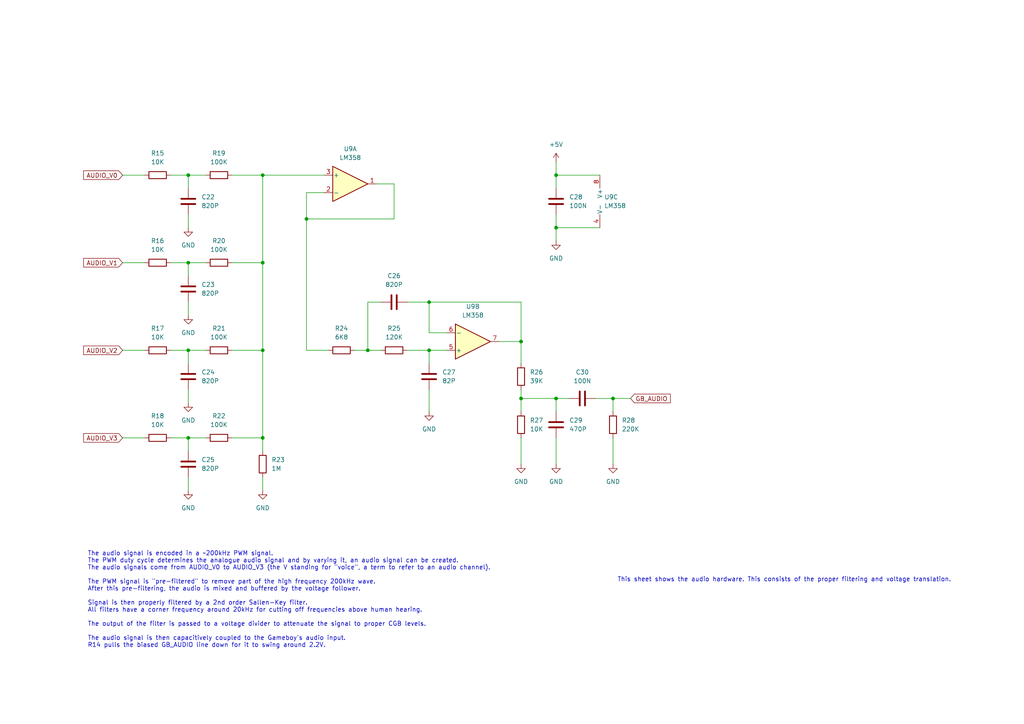
<source format=kicad_sch>
(kicad_sch (version 20211123) (generator eeschema)

  (uuid 477e086a-8da8-486d-98fd-df457c0d62a2)

  (paper "A4")

  (lib_symbols
    (symbol "Amplifier_Operational:LM358" (pin_names (offset 0.127)) (in_bom yes) (on_board yes)
      (property "Reference" "U" (id 0) (at 0 5.08 0)
        (effects (font (size 1.27 1.27)) (justify left))
      )
      (property "Value" "LM358" (id 1) (at 0 -5.08 0)
        (effects (font (size 1.27 1.27)) (justify left))
      )
      (property "Footprint" "" (id 2) (at 0 0 0)
        (effects (font (size 1.27 1.27)) hide)
      )
      (property "Datasheet" "http://www.ti.com/lit/ds/symlink/lm2904-n.pdf" (id 3) (at 0 0 0)
        (effects (font (size 1.27 1.27)) hide)
      )
      (property "ki_locked" "" (id 4) (at 0 0 0)
        (effects (font (size 1.27 1.27)))
      )
      (property "ki_keywords" "dual opamp" (id 5) (at 0 0 0)
        (effects (font (size 1.27 1.27)) hide)
      )
      (property "ki_description" "Low-Power, Dual Operational Amplifiers, DIP-8/SOIC-8/TO-99-8" (id 6) (at 0 0 0)
        (effects (font (size 1.27 1.27)) hide)
      )
      (property "ki_fp_filters" "SOIC*3.9x4.9mm*P1.27mm* DIP*W7.62mm* TO*99* OnSemi*Micro8* TSSOP*3x3mm*P0.65mm* TSSOP*4.4x3mm*P0.65mm* MSOP*3x3mm*P0.65mm* SSOP*3.9x4.9mm*P0.635mm* LFCSP*2x2mm*P0.5mm* *SIP* SOIC*5.3x6.2mm*P1.27mm*" (id 7) (at 0 0 0)
        (effects (font (size 1.27 1.27)) hide)
      )
      (symbol "LM358_1_1"
        (polyline
          (pts
            (xy -5.08 5.08)
            (xy 5.08 0)
            (xy -5.08 -5.08)
            (xy -5.08 5.08)
          )
          (stroke (width 0.254) (type default) (color 0 0 0 0))
          (fill (type background))
        )
        (pin output line (at 7.62 0 180) (length 2.54)
          (name "~" (effects (font (size 1.27 1.27))))
          (number "1" (effects (font (size 1.27 1.27))))
        )
        (pin input line (at -7.62 -2.54 0) (length 2.54)
          (name "-" (effects (font (size 1.27 1.27))))
          (number "2" (effects (font (size 1.27 1.27))))
        )
        (pin input line (at -7.62 2.54 0) (length 2.54)
          (name "+" (effects (font (size 1.27 1.27))))
          (number "3" (effects (font (size 1.27 1.27))))
        )
      )
      (symbol "LM358_2_1"
        (polyline
          (pts
            (xy -5.08 5.08)
            (xy 5.08 0)
            (xy -5.08 -5.08)
            (xy -5.08 5.08)
          )
          (stroke (width 0.254) (type default) (color 0 0 0 0))
          (fill (type background))
        )
        (pin input line (at -7.62 2.54 0) (length 2.54)
          (name "+" (effects (font (size 1.27 1.27))))
          (number "5" (effects (font (size 1.27 1.27))))
        )
        (pin input line (at -7.62 -2.54 0) (length 2.54)
          (name "-" (effects (font (size 1.27 1.27))))
          (number "6" (effects (font (size 1.27 1.27))))
        )
        (pin output line (at 7.62 0 180) (length 2.54)
          (name "~" (effects (font (size 1.27 1.27))))
          (number "7" (effects (font (size 1.27 1.27))))
        )
      )
      (symbol "LM358_3_1"
        (pin power_in line (at -2.54 -7.62 90) (length 3.81)
          (name "V-" (effects (font (size 1.27 1.27))))
          (number "4" (effects (font (size 1.27 1.27))))
        )
        (pin power_in line (at -2.54 7.62 270) (length 3.81)
          (name "V+" (effects (font (size 1.27 1.27))))
          (number "8" (effects (font (size 1.27 1.27))))
        )
      )
    )
    (symbol "Device:C" (pin_numbers hide) (pin_names (offset 0.254)) (in_bom yes) (on_board yes)
      (property "Reference" "C" (id 0) (at 0.635 2.54 0)
        (effects (font (size 1.27 1.27)) (justify left))
      )
      (property "Value" "C" (id 1) (at 0.635 -2.54 0)
        (effects (font (size 1.27 1.27)) (justify left))
      )
      (property "Footprint" "" (id 2) (at 0.9652 -3.81 0)
        (effects (font (size 1.27 1.27)) hide)
      )
      (property "Datasheet" "~" (id 3) (at 0 0 0)
        (effects (font (size 1.27 1.27)) hide)
      )
      (property "ki_keywords" "cap capacitor" (id 4) (at 0 0 0)
        (effects (font (size 1.27 1.27)) hide)
      )
      (property "ki_description" "Unpolarized capacitor" (id 5) (at 0 0 0)
        (effects (font (size 1.27 1.27)) hide)
      )
      (property "ki_fp_filters" "C_*" (id 6) (at 0 0 0)
        (effects (font (size 1.27 1.27)) hide)
      )
      (symbol "C_0_1"
        (polyline
          (pts
            (xy -2.032 -0.762)
            (xy 2.032 -0.762)
          )
          (stroke (width 0.508) (type default) (color 0 0 0 0))
          (fill (type none))
        )
        (polyline
          (pts
            (xy -2.032 0.762)
            (xy 2.032 0.762)
          )
          (stroke (width 0.508) (type default) (color 0 0 0 0))
          (fill (type none))
        )
      )
      (symbol "C_1_1"
        (pin passive line (at 0 3.81 270) (length 2.794)
          (name "~" (effects (font (size 1.27 1.27))))
          (number "1" (effects (font (size 1.27 1.27))))
        )
        (pin passive line (at 0 -3.81 90) (length 2.794)
          (name "~" (effects (font (size 1.27 1.27))))
          (number "2" (effects (font (size 1.27 1.27))))
        )
      )
    )
    (symbol "Device:R" (pin_numbers hide) (pin_names (offset 0)) (in_bom yes) (on_board yes)
      (property "Reference" "R" (id 0) (at 2.032 0 90)
        (effects (font (size 1.27 1.27)))
      )
      (property "Value" "R" (id 1) (at 0 0 90)
        (effects (font (size 1.27 1.27)))
      )
      (property "Footprint" "" (id 2) (at -1.778 0 90)
        (effects (font (size 1.27 1.27)) hide)
      )
      (property "Datasheet" "~" (id 3) (at 0 0 0)
        (effects (font (size 1.27 1.27)) hide)
      )
      (property "ki_keywords" "R res resistor" (id 4) (at 0 0 0)
        (effects (font (size 1.27 1.27)) hide)
      )
      (property "ki_description" "Resistor" (id 5) (at 0 0 0)
        (effects (font (size 1.27 1.27)) hide)
      )
      (property "ki_fp_filters" "R_*" (id 6) (at 0 0 0)
        (effects (font (size 1.27 1.27)) hide)
      )
      (symbol "R_0_1"
        (rectangle (start -1.016 -2.54) (end 1.016 2.54)
          (stroke (width 0.254) (type default) (color 0 0 0 0))
          (fill (type none))
        )
      )
      (symbol "R_1_1"
        (pin passive line (at 0 3.81 270) (length 1.27)
          (name "~" (effects (font (size 1.27 1.27))))
          (number "1" (effects (font (size 1.27 1.27))))
        )
        (pin passive line (at 0 -3.81 90) (length 1.27)
          (name "~" (effects (font (size 1.27 1.27))))
          (number "2" (effects (font (size 1.27 1.27))))
        )
      )
    )
    (symbol "power:+5V" (power) (pin_names (offset 0)) (in_bom yes) (on_board yes)
      (property "Reference" "#PWR" (id 0) (at 0 -3.81 0)
        (effects (font (size 1.27 1.27)) hide)
      )
      (property "Value" "+5V" (id 1) (at 0 3.556 0)
        (effects (font (size 1.27 1.27)))
      )
      (property "Footprint" "" (id 2) (at 0 0 0)
        (effects (font (size 1.27 1.27)) hide)
      )
      (property "Datasheet" "" (id 3) (at 0 0 0)
        (effects (font (size 1.27 1.27)) hide)
      )
      (property "ki_keywords" "power-flag" (id 4) (at 0 0 0)
        (effects (font (size 1.27 1.27)) hide)
      )
      (property "ki_description" "Power symbol creates a global label with name \"+5V\"" (id 5) (at 0 0 0)
        (effects (font (size 1.27 1.27)) hide)
      )
      (symbol "+5V_0_1"
        (polyline
          (pts
            (xy -0.762 1.27)
            (xy 0 2.54)
          )
          (stroke (width 0) (type default) (color 0 0 0 0))
          (fill (type none))
        )
        (polyline
          (pts
            (xy 0 0)
            (xy 0 2.54)
          )
          (stroke (width 0) (type default) (color 0 0 0 0))
          (fill (type none))
        )
        (polyline
          (pts
            (xy 0 2.54)
            (xy 0.762 1.27)
          )
          (stroke (width 0) (type default) (color 0 0 0 0))
          (fill (type none))
        )
      )
      (symbol "+5V_1_1"
        (pin power_in line (at 0 0 90) (length 0) hide
          (name "+5V" (effects (font (size 1.27 1.27))))
          (number "1" (effects (font (size 1.27 1.27))))
        )
      )
    )
    (symbol "power:GND" (power) (pin_names (offset 0)) (in_bom yes) (on_board yes)
      (property "Reference" "#PWR" (id 0) (at 0 -6.35 0)
        (effects (font (size 1.27 1.27)) hide)
      )
      (property "Value" "GND" (id 1) (at 0 -3.81 0)
        (effects (font (size 1.27 1.27)))
      )
      (property "Footprint" "" (id 2) (at 0 0 0)
        (effects (font (size 1.27 1.27)) hide)
      )
      (property "Datasheet" "" (id 3) (at 0 0 0)
        (effects (font (size 1.27 1.27)) hide)
      )
      (property "ki_keywords" "power-flag" (id 4) (at 0 0 0)
        (effects (font (size 1.27 1.27)) hide)
      )
      (property "ki_description" "Power symbol creates a global label with name \"GND\" , ground" (id 5) (at 0 0 0)
        (effects (font (size 1.27 1.27)) hide)
      )
      (symbol "GND_0_1"
        (polyline
          (pts
            (xy 0 0)
            (xy 0 -1.27)
            (xy 1.27 -1.27)
            (xy 0 -2.54)
            (xy -1.27 -1.27)
            (xy 0 -1.27)
          )
          (stroke (width 0) (type default) (color 0 0 0 0))
          (fill (type none))
        )
      )
      (symbol "GND_1_1"
        (pin power_in line (at 0 0 270) (length 0) hide
          (name "GND" (effects (font (size 1.27 1.27))))
          (number "1" (effects (font (size 1.27 1.27))))
        )
      )
    )
  )

  (junction (at 177.8 115.57) (diameter 0) (color 0 0 0 0)
    (uuid 081f4ccb-5242-473e-a7e7-35e661146975)
  )
  (junction (at 161.29 50.8) (diameter 0) (color 0 0 0 0)
    (uuid 0f01f929-5cc5-4838-a63b-96ea9c45987d)
  )
  (junction (at 124.46 101.6) (diameter 0) (color 0 0 0 0)
    (uuid 1274998d-36bf-4b18-a16a-77285cfdcf64)
  )
  (junction (at 54.61 101.6) (diameter 0) (color 0 0 0 0)
    (uuid 1762a3c7-e4e2-4d02-b031-fd4176e5e5ac)
  )
  (junction (at 54.61 50.8) (diameter 0) (color 0 0 0 0)
    (uuid 281192c2-d893-4fe9-95da-5ccfe351603f)
  )
  (junction (at 151.13 99.06) (diameter 0) (color 0 0 0 0)
    (uuid 4244f7e9-22f9-4c23-8c91-c86b9686e30d)
  )
  (junction (at 76.2 76.2) (diameter 0) (color 0 0 0 0)
    (uuid 6099f984-f266-4799-8527-54503145c3af)
  )
  (junction (at 76.2 101.6) (diameter 0) (color 0 0 0 0)
    (uuid 6793624c-e519-4593-9964-6e58e0d40d2f)
  )
  (junction (at 106.68 101.6) (diameter 0) (color 0 0 0 0)
    (uuid 6f89d86c-1bf0-4b25-8753-aba11f0e447d)
  )
  (junction (at 151.13 115.57) (diameter 0) (color 0 0 0 0)
    (uuid 7c1ab376-a9b3-401d-881c-f3a1169d057e)
  )
  (junction (at 161.29 115.57) (diameter 0) (color 0 0 0 0)
    (uuid 954a2cff-3778-448a-947e-0816fc0c77c9)
  )
  (junction (at 161.29 66.04) (diameter 0) (color 0 0 0 0)
    (uuid a29102da-315c-43db-8503-0636fc0e3322)
  )
  (junction (at 88.9 63.5) (diameter 0) (color 0 0 0 0)
    (uuid a7c3fcf5-c856-4df2-a868-6b7084b83e07)
  )
  (junction (at 54.61 76.2) (diameter 0) (color 0 0 0 0)
    (uuid b81e6c6c-6740-4d5b-b5ba-ab9d81ad7107)
  )
  (junction (at 124.46 87.63) (diameter 0) (color 0 0 0 0)
    (uuid bcf2f309-52e1-4102-943c-ffcd362c0a8e)
  )
  (junction (at 54.61 127) (diameter 0) (color 0 0 0 0)
    (uuid cf92cabc-ca92-4d75-a1a0-da8afe655bf1)
  )
  (junction (at 76.2 127) (diameter 0) (color 0 0 0 0)
    (uuid d32b0e17-6f71-415a-839d-71273f79b7a9)
  )
  (junction (at 76.2 50.8) (diameter 0) (color 0 0 0 0)
    (uuid f70284a2-af8d-460b-8eb7-4aa2aae9c0dd)
  )

  (wire (pts (xy 93.98 55.88) (xy 88.9 55.88))
    (stroke (width 0) (type default) (color 0 0 0 0))
    (uuid 02af74c7-7f0d-49bf-b021-84ca3fe53840)
  )
  (wire (pts (xy 76.2 76.2) (xy 76.2 101.6))
    (stroke (width 0) (type default) (color 0 0 0 0))
    (uuid 037e79db-99bb-4660-ac0b-2b6bb885fc10)
  )
  (wire (pts (xy 114.3 63.5) (xy 114.3 53.34))
    (stroke (width 0) (type default) (color 0 0 0 0))
    (uuid 0bc25fdc-df48-4cd7-a2f9-ec82351e1273)
  )
  (wire (pts (xy 161.29 50.8) (xy 161.29 54.61))
    (stroke (width 0) (type default) (color 0 0 0 0))
    (uuid 0def8230-ed0f-4644-ac9e-b44d6d643c80)
  )
  (wire (pts (xy 124.46 87.63) (xy 151.13 87.63))
    (stroke (width 0) (type default) (color 0 0 0 0))
    (uuid 15609c51-4c5b-49a5-8ec6-942b2c3b30a4)
  )
  (wire (pts (xy 161.29 119.38) (xy 161.29 115.57))
    (stroke (width 0) (type default) (color 0 0 0 0))
    (uuid 18c0fd79-4947-43d4-b5a6-12b1267c7535)
  )
  (wire (pts (xy 161.29 66.04) (xy 161.29 69.85))
    (stroke (width 0) (type default) (color 0 0 0 0))
    (uuid 1913b8c1-1e0d-4d19-9579-544ed814abb8)
  )
  (wire (pts (xy 129.54 96.52) (xy 124.46 96.52))
    (stroke (width 0) (type default) (color 0 0 0 0))
    (uuid 1da37eab-e54c-4f53-a41d-8b83d02b51c8)
  )
  (wire (pts (xy 172.72 115.57) (xy 177.8 115.57))
    (stroke (width 0) (type default) (color 0 0 0 0))
    (uuid 208c5902-a62d-4450-b4b2-606d1efcdf8e)
  )
  (wire (pts (xy 177.8 115.57) (xy 177.8 119.38))
    (stroke (width 0) (type default) (color 0 0 0 0))
    (uuid 22404ffc-b3d1-4b9e-b6f3-5e783014a989)
  )
  (wire (pts (xy 49.53 76.2) (xy 54.61 76.2))
    (stroke (width 0) (type default) (color 0 0 0 0))
    (uuid 2a63bd6a-883f-444d-af2c-acddfeae6ffa)
  )
  (wire (pts (xy 54.61 101.6) (xy 54.61 105.41))
    (stroke (width 0) (type default) (color 0 0 0 0))
    (uuid 2c39d8f9-c185-4cfa-bfa6-24b87191887d)
  )
  (wire (pts (xy 76.2 138.43) (xy 76.2 142.24))
    (stroke (width 0) (type default) (color 0 0 0 0))
    (uuid 2e9ac5dd-ebfd-474e-89fa-1f5dc162c09b)
  )
  (wire (pts (xy 49.53 127) (xy 54.61 127))
    (stroke (width 0) (type default) (color 0 0 0 0))
    (uuid 2fabe685-7d35-4b43-9cc2-b62c4d84db81)
  )
  (wire (pts (xy 109.22 53.34) (xy 114.3 53.34))
    (stroke (width 0) (type default) (color 0 0 0 0))
    (uuid 32ca40fa-c4c1-4da9-acb3-70b6fcb42f3a)
  )
  (wire (pts (xy 161.29 46.99) (xy 161.29 50.8))
    (stroke (width 0) (type default) (color 0 0 0 0))
    (uuid 3e266b62-4022-4dc5-b7e8-d19f351a74b4)
  )
  (wire (pts (xy 35.56 50.8) (xy 41.91 50.8))
    (stroke (width 0) (type default) (color 0 0 0 0))
    (uuid 4011b300-ebeb-4301-a683-5c483a23fcbe)
  )
  (wire (pts (xy 161.29 62.23) (xy 161.29 66.04))
    (stroke (width 0) (type default) (color 0 0 0 0))
    (uuid 411a6cd6-bd56-488b-8c6b-25926d1e43d5)
  )
  (wire (pts (xy 67.31 76.2) (xy 76.2 76.2))
    (stroke (width 0) (type default) (color 0 0 0 0))
    (uuid 4415567f-0c86-473e-b648-426751dbdc33)
  )
  (wire (pts (xy 54.61 50.8) (xy 59.69 50.8))
    (stroke (width 0) (type default) (color 0 0 0 0))
    (uuid 49f90834-8f83-4d04-8065-2005792e48cd)
  )
  (wire (pts (xy 177.8 115.57) (xy 182.88 115.57))
    (stroke (width 0) (type default) (color 0 0 0 0))
    (uuid 4d340f8c-8580-49bf-9206-1f7aab48a111)
  )
  (wire (pts (xy 118.11 101.6) (xy 124.46 101.6))
    (stroke (width 0) (type default) (color 0 0 0 0))
    (uuid 4d523da5-9d4e-429c-a943-a782561318c0)
  )
  (wire (pts (xy 54.61 50.8) (xy 54.61 54.61))
    (stroke (width 0) (type default) (color 0 0 0 0))
    (uuid 59019cee-9ece-43a8-b021-40426cbb9d7e)
  )
  (wire (pts (xy 88.9 63.5) (xy 88.9 101.6))
    (stroke (width 0) (type default) (color 0 0 0 0))
    (uuid 5c6f857d-da36-4799-8b62-cfec1ac8a07c)
  )
  (wire (pts (xy 54.61 62.23) (xy 54.61 66.04))
    (stroke (width 0) (type default) (color 0 0 0 0))
    (uuid 5e519dd5-3b50-4edd-b50b-60555c9e0f3d)
  )
  (wire (pts (xy 106.68 101.6) (xy 110.49 101.6))
    (stroke (width 0) (type default) (color 0 0 0 0))
    (uuid 5f915fcb-dba6-4a4c-86c7-bd0cdc6ae1f7)
  )
  (wire (pts (xy 54.61 113.03) (xy 54.61 116.84))
    (stroke (width 0) (type default) (color 0 0 0 0))
    (uuid 64a423b9-92bf-4843-8efd-118cae4b025c)
  )
  (wire (pts (xy 76.2 50.8) (xy 76.2 76.2))
    (stroke (width 0) (type default) (color 0 0 0 0))
    (uuid 6a256a51-7817-4775-9077-a47942a0f113)
  )
  (wire (pts (xy 161.29 115.57) (xy 165.1 115.57))
    (stroke (width 0) (type default) (color 0 0 0 0))
    (uuid 6a91393e-fb2b-4be9-9815-8335d207a2b0)
  )
  (wire (pts (xy 151.13 115.57) (xy 161.29 115.57))
    (stroke (width 0) (type default) (color 0 0 0 0))
    (uuid 6ac5f912-f92d-4489-9856-77034a11863d)
  )
  (wire (pts (xy 124.46 101.6) (xy 124.46 105.41))
    (stroke (width 0) (type default) (color 0 0 0 0))
    (uuid 6ebc6226-f9e5-4f55-93e8-b09ff9faf159)
  )
  (wire (pts (xy 54.61 76.2) (xy 54.61 80.01))
    (stroke (width 0) (type default) (color 0 0 0 0))
    (uuid 6ec97318-878a-43b8-8300-054b07ec3e92)
  )
  (wire (pts (xy 54.61 127) (xy 59.69 127))
    (stroke (width 0) (type default) (color 0 0 0 0))
    (uuid 712120ee-963a-4843-988c-04a964e93fcc)
  )
  (wire (pts (xy 173.99 50.8) (xy 161.29 50.8))
    (stroke (width 0) (type default) (color 0 0 0 0))
    (uuid 76a5c111-68a5-406d-b042-5ea18d2d181c)
  )
  (wire (pts (xy 67.31 127) (xy 76.2 127))
    (stroke (width 0) (type default) (color 0 0 0 0))
    (uuid 7b182f3f-f824-4bab-86f8-891de97cea31)
  )
  (wire (pts (xy 95.25 101.6) (xy 88.9 101.6))
    (stroke (width 0) (type default) (color 0 0 0 0))
    (uuid 7c2bbbe8-396f-412c-9def-ed4d3cf3deea)
  )
  (wire (pts (xy 151.13 127) (xy 151.13 134.62))
    (stroke (width 0) (type default) (color 0 0 0 0))
    (uuid 817e34da-680c-433d-8a36-9b687c212ad4)
  )
  (wire (pts (xy 54.61 87.63) (xy 54.61 91.44))
    (stroke (width 0) (type default) (color 0 0 0 0))
    (uuid 8357d306-e6ca-4700-9634-66d3f13f6907)
  )
  (wire (pts (xy 88.9 63.5) (xy 114.3 63.5))
    (stroke (width 0) (type default) (color 0 0 0 0))
    (uuid 899d772c-a9e6-4602-a1a8-0898208a3a9c)
  )
  (wire (pts (xy 67.31 50.8) (xy 76.2 50.8))
    (stroke (width 0) (type default) (color 0 0 0 0))
    (uuid 8df17d94-ea38-4f74-8195-68c149605e5d)
  )
  (wire (pts (xy 67.31 101.6) (xy 76.2 101.6))
    (stroke (width 0) (type default) (color 0 0 0 0))
    (uuid 90d56330-c079-4b52-9e84-aff2a1931d2f)
  )
  (wire (pts (xy 76.2 127) (xy 76.2 130.81))
    (stroke (width 0) (type default) (color 0 0 0 0))
    (uuid 91f1fb64-c533-4200-8473-44be0483adda)
  )
  (wire (pts (xy 151.13 113.03) (xy 151.13 115.57))
    (stroke (width 0) (type default) (color 0 0 0 0))
    (uuid 9592cc4e-5303-4f3c-989c-eb3765b9d0f9)
  )
  (wire (pts (xy 161.29 127) (xy 161.29 134.62))
    (stroke (width 0) (type default) (color 0 0 0 0))
    (uuid a0d66fdc-d022-4f85-970a-8bd353796627)
  )
  (wire (pts (xy 151.13 99.06) (xy 151.13 105.41))
    (stroke (width 0) (type default) (color 0 0 0 0))
    (uuid a846d58d-e700-4fa0-8a59-9cee33b9d321)
  )
  (wire (pts (xy 106.68 87.63) (xy 106.68 101.6))
    (stroke (width 0) (type default) (color 0 0 0 0))
    (uuid aea5efdf-ef14-45cf-b958-4f50db4cdfd0)
  )
  (wire (pts (xy 54.61 101.6) (xy 59.69 101.6))
    (stroke (width 0) (type default) (color 0 0 0 0))
    (uuid b3e09d52-9ac2-4ae9-aedc-30b73b4c7980)
  )
  (wire (pts (xy 177.8 127) (xy 177.8 134.62))
    (stroke (width 0) (type default) (color 0 0 0 0))
    (uuid b92f0638-2ec7-43c3-99cd-d100b05ef714)
  )
  (wire (pts (xy 35.56 101.6) (xy 41.91 101.6))
    (stroke (width 0) (type default) (color 0 0 0 0))
    (uuid c101c874-7673-45ac-9f49-3e0458d7d642)
  )
  (wire (pts (xy 161.29 66.04) (xy 173.99 66.04))
    (stroke (width 0) (type default) (color 0 0 0 0))
    (uuid c4100967-fc97-4dee-b902-966f9795cc96)
  )
  (wire (pts (xy 54.61 138.43) (xy 54.61 142.24))
    (stroke (width 0) (type default) (color 0 0 0 0))
    (uuid c68a698b-3331-444d-a4bc-5664807ba218)
  )
  (wire (pts (xy 110.49 87.63) (xy 106.68 87.63))
    (stroke (width 0) (type default) (color 0 0 0 0))
    (uuid cec04b11-4f37-470e-af38-e62ca66359b2)
  )
  (wire (pts (xy 151.13 87.63) (xy 151.13 99.06))
    (stroke (width 0) (type default) (color 0 0 0 0))
    (uuid d091dbf0-68b0-4125-803a-7758cc0eeb62)
  )
  (wire (pts (xy 144.78 99.06) (xy 151.13 99.06))
    (stroke (width 0) (type default) (color 0 0 0 0))
    (uuid d0f122b5-89e8-42c1-983d-577ec59058d5)
  )
  (wire (pts (xy 54.61 76.2) (xy 59.69 76.2))
    (stroke (width 0) (type default) (color 0 0 0 0))
    (uuid d3571592-c871-4237-a5dd-e9282378c8d1)
  )
  (wire (pts (xy 102.87 101.6) (xy 106.68 101.6))
    (stroke (width 0) (type default) (color 0 0 0 0))
    (uuid d95d5fc5-76e8-4c01-a56b-6c1d22bd8641)
  )
  (wire (pts (xy 76.2 101.6) (xy 76.2 127))
    (stroke (width 0) (type default) (color 0 0 0 0))
    (uuid de149961-68d5-471f-ae29-5c9f1cd7c9d0)
  )
  (wire (pts (xy 49.53 50.8) (xy 54.61 50.8))
    (stroke (width 0) (type default) (color 0 0 0 0))
    (uuid e20aebe9-c5cd-4fec-b5d4-ef62b8be2af4)
  )
  (wire (pts (xy 54.61 127) (xy 54.61 130.81))
    (stroke (width 0) (type default) (color 0 0 0 0))
    (uuid e384de41-64ce-4204-bb69-57259025532c)
  )
  (wire (pts (xy 88.9 55.88) (xy 88.9 63.5))
    (stroke (width 0) (type default) (color 0 0 0 0))
    (uuid e6db09b5-7ac2-48eb-9cfb-259823893814)
  )
  (wire (pts (xy 124.46 113.03) (xy 124.46 119.38))
    (stroke (width 0) (type default) (color 0 0 0 0))
    (uuid e98b3f50-f33f-4d91-96cb-35f9d0891858)
  )
  (wire (pts (xy 151.13 115.57) (xy 151.13 119.38))
    (stroke (width 0) (type default) (color 0 0 0 0))
    (uuid e9d4968d-9e5f-42f6-9d75-12c2e33e9b38)
  )
  (wire (pts (xy 76.2 50.8) (xy 93.98 50.8))
    (stroke (width 0) (type default) (color 0 0 0 0))
    (uuid ebe2dda9-8e47-4388-a484-d47b09f120a8)
  )
  (wire (pts (xy 118.11 87.63) (xy 124.46 87.63))
    (stroke (width 0) (type default) (color 0 0 0 0))
    (uuid f1c9fc55-484d-487a-86ca-2223cbf9a64f)
  )
  (wire (pts (xy 35.56 127) (xy 41.91 127))
    (stroke (width 0) (type default) (color 0 0 0 0))
    (uuid f4b85a74-1973-4c4c-9335-a5681972ddc7)
  )
  (wire (pts (xy 49.53 101.6) (xy 54.61 101.6))
    (stroke (width 0) (type default) (color 0 0 0 0))
    (uuid f9625644-db4f-4a1d-8877-b5ec00e0eae0)
  )
  (wire (pts (xy 124.46 101.6) (xy 129.54 101.6))
    (stroke (width 0) (type default) (color 0 0 0 0))
    (uuid fd2ef55a-500d-4a71-8dc8-cdee0a53400b)
  )
  (wire (pts (xy 124.46 87.63) (xy 124.46 96.52))
    (stroke (width 0) (type default) (color 0 0 0 0))
    (uuid ffc50191-ce99-4608-bf2b-ad8dadbf3c83)
  )
  (wire (pts (xy 35.56 76.2) (xy 41.91 76.2))
    (stroke (width 0) (type default) (color 0 0 0 0))
    (uuid ffda4eca-bcb7-4924-bf74-11d992cc3b15)
  )

  (text "This sheet shows the audio hardware. This consists of the proper filtering and voltage translation."
    (at 179.07 168.91 0)
    (effects (font (size 1.27 1.27)) (justify left bottom))
    (uuid 665c7ea7-5bfb-4bbb-994e-984f34dfd099)
  )
  (text "The audio signal is encoded in a ~200kHz PWM signal.\nThe PWM duty cycle determines the analogue audio signal and by varying it, an audio signal can be created.\nThe audio signals come from AUDIO_V0 to AUDIO_V3 (the V standing for \"voice\", a term to refer to an audio channel).\n\nThe PWM signal is \"pre-filtered\" to remove part of the high frequency 200kHz wave.\nAfter this pre-filtering, the audio is mixed and buffered by the voltage follower.\n\nSignal is then properly filtered by a 2nd order Sallen-Key filter.\nAll filters have a corner frequency around 20kHz for cutting off frequencies above human hearing.\n\nThe output of the filter is passed to a voltage divider to attenuate the signal to proper CGB levels.\n\nThe audio signal is then capacitively coupled to the Gameboy's audio input.\nR14 pulls the biased GB_AUDIO line down for it to swing around 2.2V."
    (at 25.4 187.96 0)
    (effects (font (size 1.27 1.27)) (justify left bottom))
    (uuid e90112a4-bfbd-46b3-ac55-d34f351ad3e7)
  )

  (global_label "AUDIO_V2" (shape input) (at 35.56 101.6 180) (fields_autoplaced)
    (effects (font (size 1.27 1.27)) (justify right))
    (uuid 091b6bec-f795-46dc-a989-51ef2874bced)
    (property "Intersheet References" "${INTERSHEET_REFS}" (id 0) (at 24.2569 101.6794 0)
      (effects (font (size 1.27 1.27)) (justify right) hide)
    )
  )
  (global_label "AUDIO_V1" (shape input) (at 35.56 76.2 180) (fields_autoplaced)
    (effects (font (size 1.27 1.27)) (justify right))
    (uuid 18642eb0-01f3-4515-bc5b-c9a366ab9cd1)
    (property "Intersheet References" "${INTERSHEET_REFS}" (id 0) (at 24.2569 76.2794 0)
      (effects (font (size 1.27 1.27)) (justify right) hide)
    )
  )
  (global_label "GB_AUDIO" (shape input) (at 182.88 115.57 0) (fields_autoplaced)
    (effects (font (size 1.27 1.27)) (justify left))
    (uuid 4f60051c-3f61-446c-8fe2-bf94aec3bb6c)
    (property "Intersheet References" "${INTERSHEET_REFS}" (id 0) (at 194.425 115.4906 0)
      (effects (font (size 1.27 1.27)) (justify left) hide)
    )
  )
  (global_label "AUDIO_V0" (shape input) (at 35.56 50.8 180) (fields_autoplaced)
    (effects (font (size 1.27 1.27)) (justify right))
    (uuid 4f80d87d-aa01-41c3-bb90-72a04e459656)
    (property "Intersheet References" "${INTERSHEET_REFS}" (id 0) (at 24.2569 50.8794 0)
      (effects (font (size 1.27 1.27)) (justify right) hide)
    )
  )
  (global_label "AUDIO_V3" (shape input) (at 35.56 127 180) (fields_autoplaced)
    (effects (font (size 1.27 1.27)) (justify right))
    (uuid ca8cd7c9-066b-4a61-9759-01cb8c43300f)
    (property "Intersheet References" "${INTERSHEET_REFS}" (id 0) (at 24.2569 127.0794 0)
      (effects (font (size 1.27 1.27)) (justify right) hide)
    )
  )

  (symbol (lib_id "Device:R") (at 45.72 76.2 90) (unit 1)
    (in_bom yes) (on_board yes) (fields_autoplaced)
    (uuid 1a393db0-82b5-4784-97f4-ceb41cc1ce00)
    (property "Reference" "R16" (id 0) (at 45.72 69.85 90))
    (property "Value" "10K" (id 1) (at 45.72 72.39 90))
    (property "Footprint" "" (id 2) (at 45.72 77.978 90)
      (effects (font (size 1.27 1.27)) hide)
    )
    (property "Datasheet" "~" (id 3) (at 45.72 76.2 0)
      (effects (font (size 1.27 1.27)) hide)
    )
    (pin "1" (uuid 223de174-9129-4ac7-acda-7d50fc3f8f8f))
    (pin "2" (uuid f8037b47-c66b-49ef-9bec-0186a4e39506))
  )

  (symbol (lib_id "power:GND") (at 54.61 142.24 0) (unit 1)
    (in_bom yes) (on_board yes) (fields_autoplaced)
    (uuid 2288e2dd-85b3-4081-8f1e-6bd47ea0e1b7)
    (property "Reference" "#PWR023" (id 0) (at 54.61 148.59 0)
      (effects (font (size 1.27 1.27)) hide)
    )
    (property "Value" "GND" (id 1) (at 54.61 147.32 0))
    (property "Footprint" "" (id 2) (at 54.61 142.24 0)
      (effects (font (size 1.27 1.27)) hide)
    )
    (property "Datasheet" "" (id 3) (at 54.61 142.24 0)
      (effects (font (size 1.27 1.27)) hide)
    )
    (pin "1" (uuid c44d6a64-0a4e-4042-8ecf-85883970889d))
  )

  (symbol (lib_id "Device:R") (at 99.06 101.6 90) (unit 1)
    (in_bom yes) (on_board yes) (fields_autoplaced)
    (uuid 2bad68aa-9e7f-43c9-a7b1-54fefed038ad)
    (property "Reference" "R24" (id 0) (at 99.06 95.25 90))
    (property "Value" "6K8" (id 1) (at 99.06 97.79 90))
    (property "Footprint" "" (id 2) (at 99.06 103.378 90)
      (effects (font (size 1.27 1.27)) hide)
    )
    (property "Datasheet" "~" (id 3) (at 99.06 101.6 0)
      (effects (font (size 1.27 1.27)) hide)
    )
    (pin "1" (uuid 11e44550-112d-40c4-a9eb-1adc9cb2ae5f))
    (pin "2" (uuid 1fc432d2-6b4d-406b-8934-e513076f673b))
  )

  (symbol (lib_id "power:GND") (at 161.29 69.85 0) (unit 1)
    (in_bom yes) (on_board yes) (fields_autoplaced)
    (uuid 3389ab43-fe6a-4271-b43d-0322e08296db)
    (property "Reference" "#PWR028" (id 0) (at 161.29 76.2 0)
      (effects (font (size 1.27 1.27)) hide)
    )
    (property "Value" "GND" (id 1) (at 161.29 74.93 0))
    (property "Footprint" "" (id 2) (at 161.29 69.85 0)
      (effects (font (size 1.27 1.27)) hide)
    )
    (property "Datasheet" "" (id 3) (at 161.29 69.85 0)
      (effects (font (size 1.27 1.27)) hide)
    )
    (pin "1" (uuid 2c72b6a7-4c73-46c6-9315-e6cd43d2ca1b))
  )

  (symbol (lib_id "Device:R") (at 63.5 127 90) (unit 1)
    (in_bom yes) (on_board yes) (fields_autoplaced)
    (uuid 3734387d-344c-4dc3-9692-04b3d047a449)
    (property "Reference" "R22" (id 0) (at 63.5 120.65 90))
    (property "Value" "100K" (id 1) (at 63.5 123.19 90))
    (property "Footprint" "" (id 2) (at 63.5 128.778 90)
      (effects (font (size 1.27 1.27)) hide)
    )
    (property "Datasheet" "~" (id 3) (at 63.5 127 0)
      (effects (font (size 1.27 1.27)) hide)
    )
    (pin "1" (uuid 9afc14e3-00b4-4c8f-947f-1812d72bcd47))
    (pin "2" (uuid 78556e16-a405-45cb-a635-a9ccd4bdbad1))
  )

  (symbol (lib_id "Device:C") (at 168.91 115.57 90) (unit 1)
    (in_bom yes) (on_board yes) (fields_autoplaced)
    (uuid 3e36572e-6a7d-4226-804e-c8a0e1703898)
    (property "Reference" "C30" (id 0) (at 168.91 107.95 90))
    (property "Value" "100N" (id 1) (at 168.91 110.49 90))
    (property "Footprint" "" (id 2) (at 172.72 114.6048 0)
      (effects (font (size 1.27 1.27)) hide)
    )
    (property "Datasheet" "~" (id 3) (at 168.91 115.57 0)
      (effects (font (size 1.27 1.27)) hide)
    )
    (pin "1" (uuid 7e4d796d-d798-47d7-9f40-177987782e92))
    (pin "2" (uuid c0efffd4-30ee-41a5-b7ad-e1f2f68ab9e0))
  )

  (symbol (lib_id "power:GND") (at 76.2 142.24 0) (unit 1)
    (in_bom yes) (on_board yes) (fields_autoplaced)
    (uuid 4422e03a-d978-488b-a5de-43e41167c443)
    (property "Reference" "#PWR024" (id 0) (at 76.2 148.59 0)
      (effects (font (size 1.27 1.27)) hide)
    )
    (property "Value" "GND" (id 1) (at 76.2 147.32 0))
    (property "Footprint" "" (id 2) (at 76.2 142.24 0)
      (effects (font (size 1.27 1.27)) hide)
    )
    (property "Datasheet" "" (id 3) (at 76.2 142.24 0)
      (effects (font (size 1.27 1.27)) hide)
    )
    (pin "1" (uuid eebbeec8-46d4-41fc-8032-eea728112cad))
  )

  (symbol (lib_id "Device:C") (at 161.29 58.42 180) (unit 1)
    (in_bom yes) (on_board yes) (fields_autoplaced)
    (uuid 4cd1da7e-dd77-427d-86ce-e922bf4fe7a0)
    (property "Reference" "C28" (id 0) (at 165.1 57.1499 0)
      (effects (font (size 1.27 1.27)) (justify right))
    )
    (property "Value" "100N" (id 1) (at 165.1 59.6899 0)
      (effects (font (size 1.27 1.27)) (justify right))
    )
    (property "Footprint" "" (id 2) (at 160.3248 54.61 0)
      (effects (font (size 1.27 1.27)) hide)
    )
    (property "Datasheet" "~" (id 3) (at 161.29 58.42 0)
      (effects (font (size 1.27 1.27)) hide)
    )
    (pin "1" (uuid 15827337-b1a8-4c4c-b41a-3f80e33f542d))
    (pin "2" (uuid ea797c74-3596-4245-b17f-82c8a7250b61))
  )

  (symbol (lib_id "Device:R") (at 76.2 134.62 180) (unit 1)
    (in_bom yes) (on_board yes) (fields_autoplaced)
    (uuid 5bbf070e-2efd-4e21-b379-d12649dfed08)
    (property "Reference" "R23" (id 0) (at 78.74 133.3499 0)
      (effects (font (size 1.27 1.27)) (justify right))
    )
    (property "Value" "1M" (id 1) (at 78.74 135.8899 0)
      (effects (font (size 1.27 1.27)) (justify right))
    )
    (property "Footprint" "" (id 2) (at 77.978 134.62 90)
      (effects (font (size 1.27 1.27)) hide)
    )
    (property "Datasheet" "~" (id 3) (at 76.2 134.62 0)
      (effects (font (size 1.27 1.27)) hide)
    )
    (pin "1" (uuid a685c1dd-067f-481c-8b6c-8bbe72d53176))
    (pin "2" (uuid 377fcdf0-3456-41d4-ae51-2eef53db8521))
  )

  (symbol (lib_id "Device:C") (at 54.61 83.82 0) (unit 1)
    (in_bom yes) (on_board yes) (fields_autoplaced)
    (uuid 5c3e5f78-ef90-4d70-8cdd-4b04cdf56a3f)
    (property "Reference" "C23" (id 0) (at 58.42 82.5499 0)
      (effects (font (size 1.27 1.27)) (justify left))
    )
    (property "Value" "820P" (id 1) (at 58.42 85.0899 0)
      (effects (font (size 1.27 1.27)) (justify left))
    )
    (property "Footprint" "" (id 2) (at 55.5752 87.63 0)
      (effects (font (size 1.27 1.27)) hide)
    )
    (property "Datasheet" "~" (id 3) (at 54.61 83.82 0)
      (effects (font (size 1.27 1.27)) hide)
    )
    (pin "1" (uuid 224c46bd-790c-439a-9b37-4895f112ff10))
    (pin "2" (uuid f0bd6f2d-5163-4362-9e52-532c9d448233))
  )

  (symbol (lib_id "power:GND") (at 54.61 91.44 0) (unit 1)
    (in_bom yes) (on_board yes) (fields_autoplaced)
    (uuid 5e95db06-7439-4544-b6f8-d899b9e94e75)
    (property "Reference" "#PWR021" (id 0) (at 54.61 97.79 0)
      (effects (font (size 1.27 1.27)) hide)
    )
    (property "Value" "GND" (id 1) (at 54.61 96.52 0))
    (property "Footprint" "" (id 2) (at 54.61 91.44 0)
      (effects (font (size 1.27 1.27)) hide)
    )
    (property "Datasheet" "" (id 3) (at 54.61 91.44 0)
      (effects (font (size 1.27 1.27)) hide)
    )
    (pin "1" (uuid 003135da-95ae-4492-8541-82d83e0c1e4a))
  )

  (symbol (lib_id "power:GND") (at 151.13 134.62 0) (unit 1)
    (in_bom yes) (on_board yes) (fields_autoplaced)
    (uuid 6359a56a-90be-4fbc-a574-1dfce54d1d09)
    (property "Reference" "#PWR026" (id 0) (at 151.13 140.97 0)
      (effects (font (size 1.27 1.27)) hide)
    )
    (property "Value" "GND" (id 1) (at 151.13 139.7 0))
    (property "Footprint" "" (id 2) (at 151.13 134.62 0)
      (effects (font (size 1.27 1.27)) hide)
    )
    (property "Datasheet" "" (id 3) (at 151.13 134.62 0)
      (effects (font (size 1.27 1.27)) hide)
    )
    (pin "1" (uuid 43db7aa1-87ba-4ffc-8201-9e55c68227b8))
  )

  (symbol (lib_id "power:GND") (at 124.46 119.38 0) (unit 1)
    (in_bom yes) (on_board yes) (fields_autoplaced)
    (uuid 65fa977a-133b-4cf3-b804-3616c72e97c0)
    (property "Reference" "#PWR025" (id 0) (at 124.46 125.73 0)
      (effects (font (size 1.27 1.27)) hide)
    )
    (property "Value" "GND" (id 1) (at 124.46 124.46 0))
    (property "Footprint" "" (id 2) (at 124.46 119.38 0)
      (effects (font (size 1.27 1.27)) hide)
    )
    (property "Datasheet" "" (id 3) (at 124.46 119.38 0)
      (effects (font (size 1.27 1.27)) hide)
    )
    (pin "1" (uuid 60d5bc43-aaac-45f5-bd9d-c9b6755add35))
  )

  (symbol (lib_id "Device:C") (at 54.61 109.22 0) (unit 1)
    (in_bom yes) (on_board yes) (fields_autoplaced)
    (uuid 669a63b7-a468-41ae-99e9-ddffd0e2e578)
    (property "Reference" "C24" (id 0) (at 58.42 107.9499 0)
      (effects (font (size 1.27 1.27)) (justify left))
    )
    (property "Value" "820P" (id 1) (at 58.42 110.4899 0)
      (effects (font (size 1.27 1.27)) (justify left))
    )
    (property "Footprint" "" (id 2) (at 55.5752 113.03 0)
      (effects (font (size 1.27 1.27)) hide)
    )
    (property "Datasheet" "~" (id 3) (at 54.61 109.22 0)
      (effects (font (size 1.27 1.27)) hide)
    )
    (pin "1" (uuid 98ac51a5-d5c7-407d-adb6-8cf0284a45ac))
    (pin "2" (uuid f16d8b72-1f53-40ce-bc53-3fdd13f277ff))
  )

  (symbol (lib_id "Device:R") (at 151.13 109.22 0) (unit 1)
    (in_bom yes) (on_board yes) (fields_autoplaced)
    (uuid 6722264c-0208-4da9-9f86-0b87b5f5f70d)
    (property "Reference" "R26" (id 0) (at 153.67 107.9499 0)
      (effects (font (size 1.27 1.27)) (justify left))
    )
    (property "Value" "39K" (id 1) (at 153.67 110.4899 0)
      (effects (font (size 1.27 1.27)) (justify left))
    )
    (property "Footprint" "" (id 2) (at 149.352 109.22 90)
      (effects (font (size 1.27 1.27)) hide)
    )
    (property "Datasheet" "~" (id 3) (at 151.13 109.22 0)
      (effects (font (size 1.27 1.27)) hide)
    )
    (pin "1" (uuid 145374a2-2e5c-45af-9ab7-c2c7e3d6653d))
    (pin "2" (uuid 02c7881a-9bb7-4b22-8600-a21ab3a673e3))
  )

  (symbol (lib_id "power:GND") (at 161.29 134.62 0) (unit 1)
    (in_bom yes) (on_board yes) (fields_autoplaced)
    (uuid 7156eb4c-458f-4fad-b24f-29ceaf0dff91)
    (property "Reference" "#PWR029" (id 0) (at 161.29 140.97 0)
      (effects (font (size 1.27 1.27)) hide)
    )
    (property "Value" "GND" (id 1) (at 161.29 139.7 0))
    (property "Footprint" "" (id 2) (at 161.29 134.62 0)
      (effects (font (size 1.27 1.27)) hide)
    )
    (property "Datasheet" "" (id 3) (at 161.29 134.62 0)
      (effects (font (size 1.27 1.27)) hide)
    )
    (pin "1" (uuid 9e4ef653-3417-46c3-b9e8-155d49ae01bb))
  )

  (symbol (lib_id "Device:R") (at 45.72 127 90) (unit 1)
    (in_bom yes) (on_board yes) (fields_autoplaced)
    (uuid 75ae2783-3198-4f8d-9057-5e2819e15a3b)
    (property "Reference" "R18" (id 0) (at 45.72 120.65 90))
    (property "Value" "10K" (id 1) (at 45.72 123.19 90))
    (property "Footprint" "" (id 2) (at 45.72 128.778 90)
      (effects (font (size 1.27 1.27)) hide)
    )
    (property "Datasheet" "~" (id 3) (at 45.72 127 0)
      (effects (font (size 1.27 1.27)) hide)
    )
    (pin "1" (uuid 24d40aee-e5c3-4d24-b238-c3675fa8f2f9))
    (pin "2" (uuid 3323c57b-ee7b-4ba1-a6da-f90ffec2b36b))
  )

  (symbol (lib_id "Device:C") (at 161.29 123.19 0) (unit 1)
    (in_bom yes) (on_board yes) (fields_autoplaced)
    (uuid 8af70cd2-72a1-47fa-940c-8aec358d7238)
    (property "Reference" "C29" (id 0) (at 165.1 121.9199 0)
      (effects (font (size 1.27 1.27)) (justify left))
    )
    (property "Value" "470P" (id 1) (at 165.1 124.4599 0)
      (effects (font (size 1.27 1.27)) (justify left))
    )
    (property "Footprint" "" (id 2) (at 162.2552 127 0)
      (effects (font (size 1.27 1.27)) hide)
    )
    (property "Datasheet" "~" (id 3) (at 161.29 123.19 0)
      (effects (font (size 1.27 1.27)) hide)
    )
    (pin "1" (uuid 589437bd-c603-4589-98e8-81859baabc27))
    (pin "2" (uuid cd8e5299-a812-4353-9812-c14fcddea1fc))
  )

  (symbol (lib_id "power:GND") (at 177.8 134.62 0) (unit 1)
    (in_bom yes) (on_board yes) (fields_autoplaced)
    (uuid 8c709c70-4f75-4147-aaea-59013ec10892)
    (property "Reference" "#PWR030" (id 0) (at 177.8 140.97 0)
      (effects (font (size 1.27 1.27)) hide)
    )
    (property "Value" "GND" (id 1) (at 177.8 139.7 0))
    (property "Footprint" "" (id 2) (at 177.8 134.62 0)
      (effects (font (size 1.27 1.27)) hide)
    )
    (property "Datasheet" "" (id 3) (at 177.8 134.62 0)
      (effects (font (size 1.27 1.27)) hide)
    )
    (pin "1" (uuid b960a2ec-ae7e-4040-b3a2-8f461673b057))
  )

  (symbol (lib_id "power:+5V") (at 161.29 46.99 0) (unit 1)
    (in_bom yes) (on_board yes) (fields_autoplaced)
    (uuid 9a175871-e0fe-4ac6-8d11-05000d96e38d)
    (property "Reference" "#PWR027" (id 0) (at 161.29 50.8 0)
      (effects (font (size 1.27 1.27)) hide)
    )
    (property "Value" "+5V" (id 1) (at 161.29 41.91 0))
    (property "Footprint" "" (id 2) (at 161.29 46.99 0)
      (effects (font (size 1.27 1.27)) hide)
    )
    (property "Datasheet" "" (id 3) (at 161.29 46.99 0)
      (effects (font (size 1.27 1.27)) hide)
    )
    (pin "1" (uuid 8e911b2b-530a-474b-a3bb-ed9208b2d448))
  )

  (symbol (lib_id "Device:R") (at 45.72 50.8 90) (unit 1)
    (in_bom yes) (on_board yes) (fields_autoplaced)
    (uuid a2d23dd2-0be0-4cfc-b271-ababa43b2f59)
    (property "Reference" "R15" (id 0) (at 45.72 44.45 90))
    (property "Value" "10K" (id 1) (at 45.72 46.99 90))
    (property "Footprint" "" (id 2) (at 45.72 52.578 90)
      (effects (font (size 1.27 1.27)) hide)
    )
    (property "Datasheet" "~" (id 3) (at 45.72 50.8 0)
      (effects (font (size 1.27 1.27)) hide)
    )
    (pin "1" (uuid a523cbfd-c43f-4510-88bc-5c89c28733e6))
    (pin "2" (uuid c6e198e6-f8ba-452a-a14c-204c2820e305))
  )

  (symbol (lib_id "Device:C") (at 54.61 134.62 0) (unit 1)
    (in_bom yes) (on_board yes) (fields_autoplaced)
    (uuid a37ca12b-5233-43ad-bbc5-eb0f992f7532)
    (property "Reference" "C25" (id 0) (at 58.42 133.3499 0)
      (effects (font (size 1.27 1.27)) (justify left))
    )
    (property "Value" "820P" (id 1) (at 58.42 135.8899 0)
      (effects (font (size 1.27 1.27)) (justify left))
    )
    (property "Footprint" "" (id 2) (at 55.5752 138.43 0)
      (effects (font (size 1.27 1.27)) hide)
    )
    (property "Datasheet" "~" (id 3) (at 54.61 134.62 0)
      (effects (font (size 1.27 1.27)) hide)
    )
    (pin "1" (uuid acd6d8ad-fea9-4185-8cc2-65b4ba272583))
    (pin "2" (uuid 306229f2-1a0c-4e18-b358-80467b1d9462))
  )

  (symbol (lib_id "Device:C") (at 54.61 58.42 0) (unit 1)
    (in_bom yes) (on_board yes) (fields_autoplaced)
    (uuid a988d232-8531-49ea-aae3-66b8dc43b861)
    (property "Reference" "C22" (id 0) (at 58.42 57.1499 0)
      (effects (font (size 1.27 1.27)) (justify left))
    )
    (property "Value" "820P" (id 1) (at 58.42 59.6899 0)
      (effects (font (size 1.27 1.27)) (justify left))
    )
    (property "Footprint" "" (id 2) (at 55.5752 62.23 0)
      (effects (font (size 1.27 1.27)) hide)
    )
    (property "Datasheet" "~" (id 3) (at 54.61 58.42 0)
      (effects (font (size 1.27 1.27)) hide)
    )
    (pin "1" (uuid 233a79b7-200b-42aa-8019-7c3abef56cf6))
    (pin "2" (uuid 80959734-9991-4ee5-b4cf-27a718905a50))
  )

  (symbol (lib_id "Device:C") (at 114.3 87.63 90) (unit 1)
    (in_bom yes) (on_board yes) (fields_autoplaced)
    (uuid aeeff82a-cd72-4c1f-a4ba-9dd821b77c12)
    (property "Reference" "C26" (id 0) (at 114.3 80.01 90))
    (property "Value" "820P" (id 1) (at 114.3 82.55 90))
    (property "Footprint" "" (id 2) (at 118.11 86.6648 0)
      (effects (font (size 1.27 1.27)) hide)
    )
    (property "Datasheet" "~" (id 3) (at 114.3 87.63 0)
      (effects (font (size 1.27 1.27)) hide)
    )
    (pin "1" (uuid eaa405ea-2479-4b08-ae4b-6cfbbbefc685))
    (pin "2" (uuid 1d889aef-0138-46b8-b1f1-b8c15be5de80))
  )

  (symbol (lib_id "Device:R") (at 177.8 123.19 0) (unit 1)
    (in_bom yes) (on_board yes) (fields_autoplaced)
    (uuid baae0a6d-4348-48f8-8641-83ee2ae7acd7)
    (property "Reference" "R28" (id 0) (at 180.34 121.9199 0)
      (effects (font (size 1.27 1.27)) (justify left))
    )
    (property "Value" "220K" (id 1) (at 180.34 124.4599 0)
      (effects (font (size 1.27 1.27)) (justify left))
    )
    (property "Footprint" "" (id 2) (at 176.022 123.19 90)
      (effects (font (size 1.27 1.27)) hide)
    )
    (property "Datasheet" "~" (id 3) (at 177.8 123.19 0)
      (effects (font (size 1.27 1.27)) hide)
    )
    (pin "1" (uuid c4a21c80-9880-43ed-a8e8-dbb73bcdb86a))
    (pin "2" (uuid 1eaca633-3fd5-4809-881b-4e00922449bb))
  )

  (symbol (lib_id "Device:R") (at 63.5 76.2 90) (unit 1)
    (in_bom yes) (on_board yes) (fields_autoplaced)
    (uuid bd156ba5-7fdc-425a-bb4e-12cab9a343f1)
    (property "Reference" "R20" (id 0) (at 63.5 69.85 90))
    (property "Value" "100K" (id 1) (at 63.5 72.39 90))
    (property "Footprint" "" (id 2) (at 63.5 77.978 90)
      (effects (font (size 1.27 1.27)) hide)
    )
    (property "Datasheet" "~" (id 3) (at 63.5 76.2 0)
      (effects (font (size 1.27 1.27)) hide)
    )
    (pin "1" (uuid e23b3698-8fe8-4fcb-8476-9675b0928d80))
    (pin "2" (uuid a37f07af-04ef-4697-98bc-ce56c92bc6c9))
  )

  (symbol (lib_id "Device:R") (at 151.13 123.19 0) (unit 1)
    (in_bom yes) (on_board yes) (fields_autoplaced)
    (uuid bf8789fb-bf0e-43cf-aec6-8b66e3f21676)
    (property "Reference" "R27" (id 0) (at 153.67 121.9199 0)
      (effects (font (size 1.27 1.27)) (justify left))
    )
    (property "Value" "10K" (id 1) (at 153.67 124.4599 0)
      (effects (font (size 1.27 1.27)) (justify left))
    )
    (property "Footprint" "" (id 2) (at 149.352 123.19 90)
      (effects (font (size 1.27 1.27)) hide)
    )
    (property "Datasheet" "~" (id 3) (at 151.13 123.19 0)
      (effects (font (size 1.27 1.27)) hide)
    )
    (pin "1" (uuid e6cd35ae-b7a3-48ce-b6ba-f4517dbd57e8))
    (pin "2" (uuid 0c421bb2-1b4b-4635-8af3-29f51038d51a))
  )

  (symbol (lib_id "Device:R") (at 114.3 101.6 90) (unit 1)
    (in_bom yes) (on_board yes) (fields_autoplaced)
    (uuid c2ce2c33-37be-4612-bb20-90ac598b1de8)
    (property "Reference" "R25" (id 0) (at 114.3 95.25 90))
    (property "Value" "120K" (id 1) (at 114.3 97.79 90))
    (property "Footprint" "" (id 2) (at 114.3 103.378 90)
      (effects (font (size 1.27 1.27)) hide)
    )
    (property "Datasheet" "~" (id 3) (at 114.3 101.6 0)
      (effects (font (size 1.27 1.27)) hide)
    )
    (pin "1" (uuid 392ce11d-56fd-4944-8519-0d8eff15e515))
    (pin "2" (uuid 9861fc53-0a63-496f-9c54-e5e4347cb27f))
  )

  (symbol (lib_id "Device:C") (at 124.46 109.22 0) (unit 1)
    (in_bom yes) (on_board yes) (fields_autoplaced)
    (uuid cef49d78-a8d9-4fab-b636-c0845962862e)
    (property "Reference" "C27" (id 0) (at 128.27 107.9499 0)
      (effects (font (size 1.27 1.27)) (justify left))
    )
    (property "Value" "82P" (id 1) (at 128.27 110.4899 0)
      (effects (font (size 1.27 1.27)) (justify left))
    )
    (property "Footprint" "" (id 2) (at 125.4252 113.03 0)
      (effects (font (size 1.27 1.27)) hide)
    )
    (property "Datasheet" "~" (id 3) (at 124.46 109.22 0)
      (effects (font (size 1.27 1.27)) hide)
    )
    (pin "1" (uuid 7dcb9825-3dfd-4756-9ad8-ccd6e2d8aeee))
    (pin "2" (uuid fd95c56d-9ce5-4bde-bb09-1c1dbeeaf245))
  )

  (symbol (lib_id "Amplifier_Operational:LM358") (at 101.6 53.34 0) (unit 1)
    (in_bom yes) (on_board yes) (fields_autoplaced)
    (uuid d21943bd-035d-4d62-bee1-14243387acb7)
    (property "Reference" "U9" (id 0) (at 101.6 43.18 0))
    (property "Value" "LM358" (id 1) (at 101.6 45.72 0))
    (property "Footprint" "" (id 2) (at 101.6 53.34 0)
      (effects (font (size 1.27 1.27)) hide)
    )
    (property "Datasheet" "http://www.ti.com/lit/ds/symlink/lm2904-n.pdf" (id 3) (at 101.6 53.34 0)
      (effects (font (size 1.27 1.27)) hide)
    )
    (pin "1" (uuid dc50aae6-d852-414b-a99d-3c433e0ee8bb))
    (pin "2" (uuid 44329aaf-4d75-4a8b-a7a3-84f3e375f292))
    (pin "3" (uuid 1caafc4e-0fcd-470e-acf7-de4f38f3d3d2))
  )

  (symbol (lib_id "Device:R") (at 63.5 50.8 90) (unit 1)
    (in_bom yes) (on_board yes) (fields_autoplaced)
    (uuid da19c195-6c6c-49e8-939b-1c592390049a)
    (property "Reference" "R19" (id 0) (at 63.5 44.45 90))
    (property "Value" "100K" (id 1) (at 63.5 46.99 90))
    (property "Footprint" "" (id 2) (at 63.5 52.578 90)
      (effects (font (size 1.27 1.27)) hide)
    )
    (property "Datasheet" "~" (id 3) (at 63.5 50.8 0)
      (effects (font (size 1.27 1.27)) hide)
    )
    (pin "1" (uuid 1790f95b-89c6-466c-9268-0b4ad4a31a86))
    (pin "2" (uuid f3126398-28cc-42f0-9706-a50b018335b0))
  )

  (symbol (lib_id "Device:R") (at 45.72 101.6 90) (unit 1)
    (in_bom yes) (on_board yes) (fields_autoplaced)
    (uuid dcef4ff3-3702-4cc6-94a1-cd749a128d7b)
    (property "Reference" "R17" (id 0) (at 45.72 95.25 90))
    (property "Value" "10K" (id 1) (at 45.72 97.79 90))
    (property "Footprint" "" (id 2) (at 45.72 103.378 90)
      (effects (font (size 1.27 1.27)) hide)
    )
    (property "Datasheet" "~" (id 3) (at 45.72 101.6 0)
      (effects (font (size 1.27 1.27)) hide)
    )
    (pin "1" (uuid 8f2ea5ea-3c54-4098-9dfc-b357e20d8b5f))
    (pin "2" (uuid ff6d0839-04cc-4182-8207-9fb176663d5f))
  )

  (symbol (lib_id "power:GND") (at 54.61 116.84 0) (unit 1)
    (in_bom yes) (on_board yes) (fields_autoplaced)
    (uuid e27ba004-88e0-4271-aaf5-62a519e7ff37)
    (property "Reference" "#PWR022" (id 0) (at 54.61 123.19 0)
      (effects (font (size 1.27 1.27)) hide)
    )
    (property "Value" "GND" (id 1) (at 54.61 121.92 0))
    (property "Footprint" "" (id 2) (at 54.61 116.84 0)
      (effects (font (size 1.27 1.27)) hide)
    )
    (property "Datasheet" "" (id 3) (at 54.61 116.84 0)
      (effects (font (size 1.27 1.27)) hide)
    )
    (pin "1" (uuid 5221ce24-361e-4aff-9858-c0daad399cae))
  )

  (symbol (lib_id "Amplifier_Operational:LM358") (at 176.53 58.42 0) (unit 3)
    (in_bom yes) (on_board yes) (fields_autoplaced)
    (uuid e538e739-1aea-47e6-a776-6d5c887d1e5e)
    (property "Reference" "U9" (id 0) (at 175.26 57.1499 0)
      (effects (font (size 1.27 1.27)) (justify left))
    )
    (property "Value" "LM358" (id 1) (at 175.26 59.6899 0)
      (effects (font (size 1.27 1.27)) (justify left))
    )
    (property "Footprint" "" (id 2) (at 176.53 58.42 0)
      (effects (font (size 1.27 1.27)) hide)
    )
    (property "Datasheet" "http://www.ti.com/lit/ds/symlink/lm2904-n.pdf" (id 3) (at 176.53 58.42 0)
      (effects (font (size 1.27 1.27)) hide)
    )
    (pin "4" (uuid ea48664b-ca20-4d6a-a4a1-5d283577e0d9))
    (pin "8" (uuid 353c0cf2-f06c-4547-9889-5deeb801accf))
  )

  (symbol (lib_id "Device:R") (at 63.5 101.6 90) (unit 1)
    (in_bom yes) (on_board yes) (fields_autoplaced)
    (uuid ec58d493-fe15-43a8-a97a-862eec29d1c5)
    (property "Reference" "R21" (id 0) (at 63.5 95.25 90))
    (property "Value" "100K" (id 1) (at 63.5 97.79 90))
    (property "Footprint" "" (id 2) (at 63.5 103.378 90)
      (effects (font (size 1.27 1.27)) hide)
    )
    (property "Datasheet" "~" (id 3) (at 63.5 101.6 0)
      (effects (font (size 1.27 1.27)) hide)
    )
    (pin "1" (uuid e3ec46c0-d373-416e-8456-a991e24150c5))
    (pin "2" (uuid dd74a7fd-2885-42eb-9a33-7f8bc47752d3))
  )

  (symbol (lib_id "Amplifier_Operational:LM358") (at 137.16 99.06 0) (mirror x) (unit 2)
    (in_bom yes) (on_board yes) (fields_autoplaced)
    (uuid f0b25512-22b5-4a91-87af-b5c076c89f21)
    (property "Reference" "U9" (id 0) (at 137.16 88.9 0))
    (property "Value" "LM358" (id 1) (at 137.16 91.44 0))
    (property "Footprint" "" (id 2) (at 137.16 99.06 0)
      (effects (font (size 1.27 1.27)) hide)
    )
    (property "Datasheet" "http://www.ti.com/lit/ds/symlink/lm2904-n.pdf" (id 3) (at 137.16 99.06 0)
      (effects (font (size 1.27 1.27)) hide)
    )
    (pin "5" (uuid fdab2790-327e-4fad-9e7b-ed896e262470))
    (pin "6" (uuid a5b9269e-0ffc-47b2-b670-872d9a5ce123))
    (pin "7" (uuid e9e2f053-e9f1-46de-9ac2-2c060c8cb4c6))
  )

  (symbol (lib_id "power:GND") (at 54.61 66.04 0) (unit 1)
    (in_bom yes) (on_board yes) (fields_autoplaced)
    (uuid f4158918-fc39-47aa-8f96-487334c37eb7)
    (property "Reference" "#PWR020" (id 0) (at 54.61 72.39 0)
      (effects (font (size 1.27 1.27)) hide)
    )
    (property "Value" "GND" (id 1) (at 54.61 71.12 0))
    (property "Footprint" "" (id 2) (at 54.61 66.04 0)
      (effects (font (size 1.27 1.27)) hide)
    )
    (property "Datasheet" "" (id 3) (at 54.61 66.04 0)
      (effects (font (size 1.27 1.27)) hide)
    )
    (pin "1" (uuid 4da5f10a-3fdf-4fdb-8407-fcc050bedcdd))
  )
)

</source>
